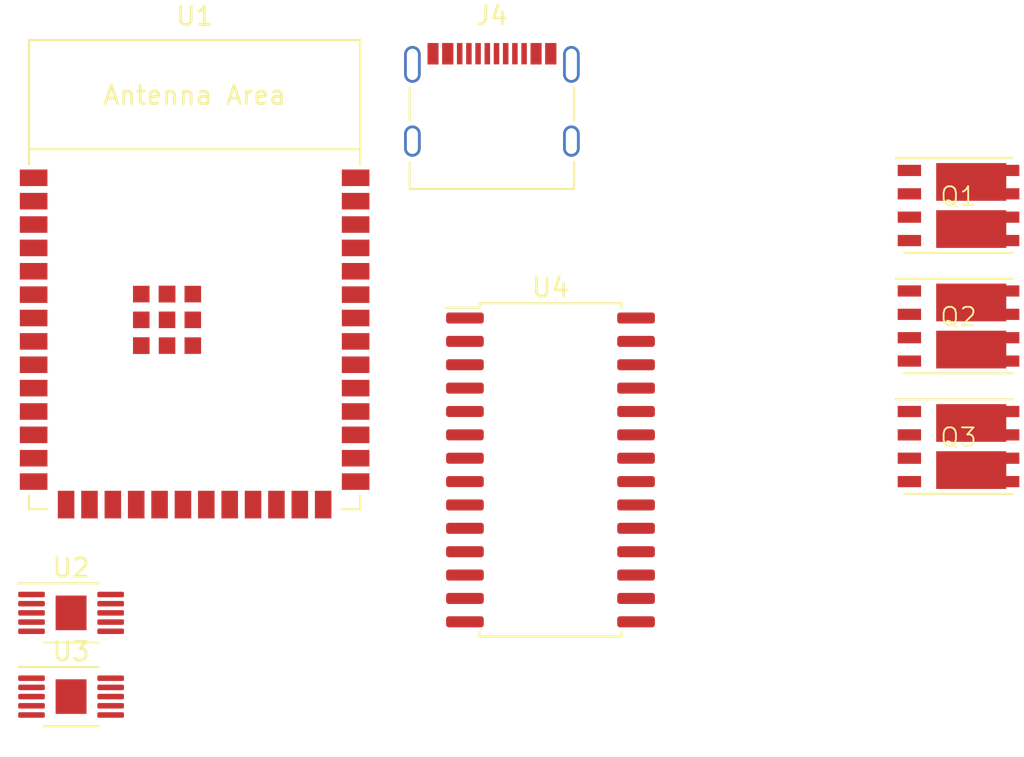
<source format=kicad_pcb>
(kicad_pcb (version 20221018) (generator pcbnew)
  (layers (0 "F.Cu" signal) (31 "B.Cu" signal) (34 "B.Paste" user) (35 "F.Paste" user) (36 "B.SilkS" user "B.Silkscreen") (37 "F.SilkS" user "F.Silkscreen") (38 "B.Mask" user) (39 "F.Mask" user) (44 "Edge.Cuts" user))
  (net 0 "")
  (net 1 "GND")
  (net 2 "+5V")
  (net 3 "Net-(J4-CC1)")
  (net 4 "/D+")
  (net 5 "/D-")
  (net 7 "Net-(J4-CC2)")
  (net 9 "+3V3")
  (net 45 "Net-(U2-BOOT)")
  (net 46 "Net-(JP1-C)")
  (net 47 "/Power Handling/3V3_EN")
  (net 48 "Net-(U2-SS{slash}TR)")
  (net 49 "Net-(U2-RT{slash}CLK)")
  (net 50 "/Power Handling/3V3_PGOOD")
  (net 51 "Net-(U2-VSENSE)")
  (net 52 "/Power Handling/3V3_COMP")
  (net 53 "Net-(D4-K)")
  (net 54 "Net-(U3-BOOT)")
  (net 55 "VBUS")
  (net 56 "/Power Handling/V_DRV_EN")
  (net 57 "Net-(U3-SS{slash}TR)")
  (net 58 "Net-(U3-RT{slash}CLK)")
  (net 59 "/Power Handling/V_DRV_PGOOD")
  (net 60 "Net-(U3-VSENSE)")
  (net 61 "/Power Handling/VDRV_COMP")
  (net 62 "Net-(D3-K)")
  (net 63 "Vdrive")
  (net 64 "/Phase Drive/PHASE_U")
  (net 65 "Net-(Q1A-G)")
  (net 66 "/Phase Drive/RAW_SENSE_U")
  (net 67 "Net-(Q1B-G)")
  (net 68 "/Phase Drive/PHASE_V")
  (net 69 "Net-(Q2A-G)")
  (net 70 "/Phase Drive/RAW_SENSE_V")
  (net 71 "Net-(Q2B-G)")
  (net 72 "/Phase Drive/PHASE_W")
  (net 73 "Net-(Q3A-G)")
  (net 74 "/Phase Drive/RAW_SENSE_W")
  (net 75 "Net-(Q3B-G)")
  (net 76 "/Phase Drive/~{HINU}")
  (net 77 "/Phase Drive/~{HINV}")
  (net 78 "/Phase Drive/~{HINW}")
  (net 79 "/Phase Drive/~{LINU}")
  (net 80 "/Phase Drive/~{LINV}")
  (net 81 "/Phase Drive/~{LINW}")
  (net 82 "/Phase Drive/~{FAULT}")
  (net 83 "Net-(U4A-ITRIP)")
  (net 84 "/Phase Drive/EN")
  (net 85 "Net-(U4A-RCIN)")
  (net 86 "/Phase Drive/COM")
  (net 87 "Net-(U4E-LOW)")
  (net 88 "Net-(U4C-LOU)")
  (net 89 "Net-(U4E-HOW)")
  (net 90 "Net-(D11-K)")
  (net 91 "Net-(U4D-LOV)")
  (net 92 "Net-(U4D-HOV)")
  (net 93 "Net-(D8-K)")
  (net 94 "Net-(U4C-HOU)")
  (net 95 "Net-(D5-K)")
  (footprint "Package_SO:MSOP-10-1EP_3x3mm_P0.5mm_EP1.68x1.88mm" (layer "F.Cu") (at 63.275 75.715)
    (fp_text reference "U2" (at 0 -2.45) (layer "F.SilkS"))
    (fp_text value "TPS54260")
    (fp_line (start 0 -1.61) (end -2.875 -1.61) (stroke (width 0.12)) (layer "F.SilkS"))
    (fp_line (start 0 -1.61) (end 1.5 -1.61) (stroke (width 0.12)) (layer "F.SilkS"))
    (fp_line (start 0 1.61) (end -1.5 1.61) (stroke (width 0.12)) (layer "F.SilkS"))
    (fp_line (start 0 1.61) (end 1.5 1.61) (stroke (width 0.12)) (layer "F.SilkS"))
    (pad "1" smd roundrect (at -2.15 -1) (size 1.45 0.3) (layers "F.Cu" "F.Paste" "F.Mask") (net 45 "Net-(U2-BOOT)"))
    (pad "2" smd roundrect (at -2.15 -0.5) (size 1.45 0.3) (layers "F.Cu" "F.Paste" "F.Mask") (net 46 "Net-(JP1-C)"))
    (pad "3" smd roundrect (at -2.15 0) (size 1.45 0.3) (layers "F.Cu" "F.Paste" "F.Mask") (net 47 "/Power Handling/3V3_EN"))
    (pad "4" smd roundrect (at -2.15 0.5) (size 1.45 0.3) (layers "F.Cu" "F.Paste" "F.Mask") (net 48 "Net-(U2-SS{slash}TR)"))
    (pad "5" smd roundrect (at -2.15 1) (size 1.45 0.3) (layers "F.Cu" "F.Paste" "F.Mask") (net 49 "Net-(U2-RT{slash}CLK)"))
    (pad "6" smd roundrect (at 2.15 1) (size 1.45 0.3) (layers "F.Cu" "F.Paste" "F.Mask") (net 50 "/Power Handling/3V3_PGOOD"))
    (pad "7" smd roundrect (at 2.15 0.5) (size 1.45 0.3) (layers "F.Cu" "F.Paste" "F.Mask") (net 51 "Net-(U2-VSENSE)"))
    (pad "8" smd roundrect (at 2.15 0) (size 1.45 0.3) (layers "F.Cu" "F.Paste" "F.Mask") (net 52 "/Power Handling/3V3_COMP"))
    (pad "9" smd roundrect (at 2.15 -0.5) (size 1.45 0.3) (layers "F.Cu" "F.Paste" "F.Mask") (net 1 "GND"))
    (pad "10" smd roundrect (at 2.15 -1) (size 1.45 0.3) (layers "F.Cu" "F.Paste" "F.Mask") (net 53 "Net-(D4-K)"))
    (pad "11" smd rect (at 0 0) (size 1.68 1.88) (layers "F.Cu" "F.Mask") (net 1 "GND"))
  )
  (footprint "Package_SO:SOIC-28W_7.5x17.9mm_P1.27mm" (layer "F.Cu") (at 89.33 67.945)
    (fp_text reference "U4" (at 0 -9.9) (layer "F.SilkS"))
    (fp_text value "PT5616A")
    (fp_line (start -3.86 -9.06) (end -3.86 -8.815) (stroke (width 0.12)) (layer "F.SilkS"))
    (fp_line (start -3.86 -8.815) (end -5.675 -8.815) (stroke (width 0.12)) (layer "F.SilkS"))
    (fp_line (start -3.86 9.06) (end -3.86 8.815) (stroke (width 0.12)) (layer "F.SilkS"))
    (fp_line (start 0 -9.06) (end -3.86 -9.06) (stroke (width 0.12)) (layer "F.SilkS"))
    (fp_line (start 0 -9.06) (end 3.86 -9.06) (stroke (width 0.12)) (layer "F.SilkS"))
    (fp_line (start 0 9.06) (end -3.86 9.06) (stroke (width 0.12)) (layer "F.SilkS"))
    (fp_line (start 0 9.06) (end 3.86 9.06) (stroke (width 0.12)) (layer "F.SilkS"))
    (fp_line (start 3.86 -9.06) (end 3.86 -8.815) (stroke (width 0.12)) (layer "F.SilkS"))
    (fp_line (start 3.86 9.06) (end 3.86 8.815) (stroke (width 0.12)) (layer "F.SilkS"))
    (pad "1" smd roundrect (at -4.65 -8.255) (size 2.05 0.6) (layers "F.Cu" "F.Paste" "F.Mask") (net 63 "Vdrive"))
    (pad "2" smd roundrect (at -4.65 -6.985) (size 2.05 0.6) (layers "F.Cu" "F.Paste" "F.Mask") (net 76 "/Phase Drive/~{HINU}"))
    (pad "3" smd roundrect (at -4.65 -5.715) (size 2.05 0.6) (layers "F.Cu" "F.Paste" "F.Mask") (net 77 "/Phase Drive/~{HINV}"))
    (pad "4" smd roundrect (at -4.65 -4.445) (size 2.05 0.6) (layers "F.Cu" "F.Paste" "F.Mask") (net 78 "/Phase Drive/~{HINW}"))
    (pad "5" smd roundrect (at -4.65 -3.175) (size 2.05 0.6) (layers "F.Cu" "F.Paste" "F.Mask") (net 79 "/Phase Drive/~{LINU}"))
    (pad "6" smd roundrect (at -4.65 -1.905) (size 2.05 0.6) (layers "F.Cu" "F.Paste" "F.Mask") (net 80 "/Phase Drive/~{LINV}"))
    (pad "7" smd roundrect (at -4.65 -0.635) (size 2.05 0.6) (layers "F.Cu" "F.Paste" "F.Mask") (net 81 "/Phase Drive/~{LINW}"))
    (pad "8" smd roundrect (at -4.65 0.635) (size 2.05 0.6) (layers "F.Cu" "F.Paste" "F.Mask") (net 82 "/Phase Drive/~{FAULT}"))
    (pad "9" smd roundrect (at -4.65 1.905) (size 2.05 0.6) (layers "F.Cu" "F.Paste" "F.Mask") (net 83 "Net-(U4A-ITRIP)"))
    (pad "10" smd roundrect (at -4.65 3.175) (size 2.05 0.6) (layers "F.Cu" "F.Paste" "F.Mask") (net 84 "/Phase Drive/EN"))
    (pad "11" smd roundrect (at -4.65 4.445) (size 2.05 0.6) (layers "F.Cu" "F.Paste" "F.Mask") (net 85 "Net-(U4A-RCIN)"))
    (pad "12" smd roundrect (at -4.65 5.715) (size 2.05 0.6) (layers "F.Cu" "F.Paste" "F.Mask") (net 1 "GND"))
    (pad "13" smd roundrect (at -4.65 6.985) (size 2.05 0.6) (layers "F.Cu" "F.Paste" "F.Mask") (net 86 "/Phase Drive/COM"))
    (pad "14" smd roundrect (at -4.65 8.255) (size 2.05 0.6) (layers "F.Cu" "F.Paste" "F.Mask") (net 87 "Net-(U4E-LOW)"))
    (pad "15" smd roundrect (at 4.65 8.255) (size 2.05 0.6) (layers "F.Cu" "F.Paste" "F.Mask"))
    (pad "16" smd roundrect (at 4.65 6.985) (size 2.05 0.6) (layers "F.Cu" "F.Paste" "F.Mask") (net 88 "Net-(U4C-LOU)"))
    (pad "17" smd roundrect (at 4.65 5.715) (size 2.05 0.6) (layers "F.Cu" "F.Paste" "F.Mask"))
    (pad "18" smd roundrect (at 4.65 4.445) (size 2.05 0.6) (layers "F.Cu" "F.Paste" "F.Mask") (net 72 "/Phase Drive/PHASE_W"))
    (pad "19" smd roundrect (at 4.65 3.175) (size 2.05 0.6) (layers "F.Cu" "F.Paste" "F.Mask") (net 89 "Net-(U4E-HOW)"))
    (pad "20" smd roundrect (at 4.65 1.905) (size 2.05 0.6) (layers "F.Cu" "F.Paste" "F.Mask") (net 90 "Net-(D11-K)"))
    (pad "21" smd roundrect (at 4.65 0.635) (size 2.05 0.6) (layers "F.Cu" "F.Paste" "F.Mask") (net 91 "Net-(U4D-LOV)"))
    (pad "22" smd roundrect (at 4.65 -0.635) (size 2.05 0.6) (layers "F.Cu" "F.Paste" "F.Mask") (net 68 "/Phase Drive/PHASE_V"))
    (pad "23" smd roundrect (at 4.65 -1.905) (size 2.05 0.6) (layers "F.Cu" "F.Paste" "F.Mask") (net 92 "Net-(U4D-HOV)"))
    (pad "24" smd roundrect (at 4.65 -3.175) (size 2.05 0.6) (layers "F.Cu" "F.Paste" "F.Mask") (net 93 "Net-(D8-K)"))
    (pad "25" smd roundrect (at 4.65 -4.445) (size 2.05 0.6) (layers "F.Cu" "F.Paste" "F.Mask"))
    (pad "26" smd roundrect (at 4.65 -5.715) (size 2.05 0.6) (layers "F.Cu" "F.Paste" "F.Mask") (net 64 "/Phase Drive/PHASE_U"))
    (pad "27" smd roundrect (at 4.65 -6.985) (size 2.05 0.6) (layers "F.Cu" "F.Paste" "F.Mask") (net 94 "Net-(U4C-HOU)"))
    (pad "28" smd roundrect (at 4.65 -8.255) (size 2.05 0.6) (layers "F.Cu" "F.Paste" "F.Mask") (net 95 "Net-(D5-K)"))
  )
  (footprint "PCM_Espressif:ESP32-S3-WROOM-1" (layer "F.Cu") (at 69.99 60.33)
    (fp_text reference "U1" (at 0 -17.05) (layer "F.SilkS"))
    (fp_text value "ESP32-S3-WROOM-1")
    (fp_text user "Antenna Area" (at 0 -12.75) (layer "F.SilkS"))
    (fp_line (start -9 -15.75) (end -9 -9) (stroke (width 0.12)) (layer "F.SilkS"))
    (fp_line (start -9 -15.75) (end 9 -15.75) (stroke (width 0.12)) (layer "F.SilkS"))
    (fp_line (start -9 9) (end -9 9.75) (stroke (width 0.12)) (layer "F.SilkS"))
    (fp_line (start -9 9.75) (end -8 9.75) (stroke (width 0.12)) (layer "F.SilkS"))
    (fp_line (start 9 -15.75) (end 9 -9) (stroke (width 0.12)) (layer "F.SilkS"))
    (fp_line (start 9 -9.81) (end -9 -9.81) (stroke (width 0.12)) (layer "F.SilkS"))
    (fp_line (start 9 9) (end 9 9.75) (stroke (width 0.12)) (layer "F.SilkS"))
    (fp_line (start 9 9.75) (end 8 9.75) (stroke (width 0.12)) (layer "F.SilkS"))
    (pad "1" smd rect (at -8.75 -8.26) (size 1.5 0.9) (layers "F.Cu" "F.Paste" "F.Mask") (net 1 "GND"))
    (pad "2" smd rect (at -8.75 -6.99) (size 1.5 0.9) (layers "F.Cu" "F.Paste" "F.Mask") (net 9 "+3V3"))
    (pad "3" smd rect (at -8.75 -5.72) (size 1.5 0.9) (layers "F.Cu" "F.Paste" "F.Mask"))
    (pad "4" smd rect (at -8.75 -4.45) (size 1.5 0.9) (layers "F.Cu" "F.Paste" "F.Mask"))
    (pad "5" smd rect (at -8.75 -3.18) (size 1.5 0.9) (layers "F.Cu" "F.Paste" "F.Mask"))
    (pad "6" smd rect (at -8.75 -1.91) (size 1.5 0.9) (layers "F.Cu" "F.Paste" "F.Mask"))
    (pad "7" smd rect (at -8.75 -0.64) (size 1.5 0.9) (layers "F.Cu" "F.Paste" "F.Mask"))
    (pad "8" smd rect (at -8.75 0.63) (size 1.5 0.9) (layers "F.Cu" "F.Paste" "F.Mask"))
    (pad "9" smd rect (at -8.75 1.9) (size 1.5 0.9) (layers "F.Cu" "F.Paste" "F.Mask"))
    (pad "10" smd rect (at -8.75 3.17) (size 1.5 0.9) (layers "F.Cu" "F.Paste" "F.Mask"))
    (pad "11" smd rect (at -8.75 4.44) (size 1.5 0.9) (layers "F.Cu" "F.Paste" "F.Mask"))
    (pad "12" smd rect (at -8.75 5.71) (size 1.5 0.9) (layers "F.Cu" "F.Paste" "F.Mask"))
    (pad "13" smd rect (at -8.75 6.98) (size 1.5 0.9) (layers "F.Cu" "F.Paste" "F.Mask") (net 5 "/D-"))
    (pad "14" smd rect (at -8.75 8.25) (size 1.5 0.9) (layers "F.Cu" "F.Paste" "F.Mask") (net 4 "/D+"))
    (pad "15" smd rect (at -6.985 9.5 90) (size 1.5 0.9) (layers "F.Cu" "F.Paste" "F.Mask"))
    (pad "16" smd rect (at -5.715 9.5 90) (size 1.5 0.9) (layers "F.Cu" "F.Paste" "F.Mask"))
    (pad "17" smd rect (at -4.445 9.5 90) (size 1.5 0.9) (layers "F.Cu" "F.Paste" "F.Mask"))
    (pad "18" smd rect (at -3.175 9.5 90) (size 1.5 0.9) (layers "F.Cu" "F.Paste" "F.Mask"))
    (pad "19" smd rect (at -1.905 9.5 90) (size 1.5 0.9) (layers "F.Cu" "F.Paste" "F.Mask"))
    (pad "20" smd rect (at -0.635 9.5 90) (size 1.5 0.9) (layers "F.Cu" "F.Paste" "F.Mask"))
    (pad "21" smd rect (at 0.635 9.5 90) (size 1.5 0.9) (layers "F.Cu" "F.Paste" "F.Mask"))
    (pad "22" smd rect (at 1.905 9.5 90) (size 1.5 0.9) (layers "F.Cu" "F.Paste" "F.Mask"))
    (pad "23" smd rect (at 3.175 9.5 90) (size 1.5 0.9) (layers "F.Cu" "F.Paste" "F.Mask"))
    (pad "24" smd rect (at 4.445 9.5 90) (size 1.5 0.9) (layers "F.Cu" "F.Paste" "F.Mask"))
    (pad "25" smd rect (at 5.715 9.5 90) (size 1.5 0.9) (layers "F.Cu" "F.Paste" "F.Mask"))
    (pad "26" smd rect (at 6.985 9.5 90) (size 1.5 0.9) (layers "F.Cu" "F.Paste" "F.Mask"))
    (pad "27" smd rect (at 8.75 8.25 180) (size 1.5 0.9) (layers "F.Cu" "F.Paste" "F.Mask"))
    (pad "28" smd rect (at 8.75 6.98 180) (size 1.5 0.9) (layers "F.Cu" "F.Paste" "F.Mask"))
    (pad "29" smd rect (at 8.75 5.71 180) (size 1.5 0.9) (layers "F.Cu" "F.Paste" "F.Mask"))
    (pad "30" smd rect (at 8.75 4.44 180) (size 1.5 0.9) (layers "F.Cu" "F.Paste" "F.Mask"))
    (pad "31" smd rect (at 8.75 3.17 180) (size 1.5 0.9) (layers "F.Cu" "F.Paste" "F.Mask"))
    (pad "32" smd rect (at 8.75 1.9 180) (size 1.5 0.9) (layers "F.Cu" "F.Paste" "F.Mask"))
    (pad "33" smd rect (at 8.75 0.63 180) (size 1.5 0.9) (layers "F.Cu" "F.Paste" "F.Mask"))
    (pad "34" smd rect (at 8.75 -0.64 180) (size 1.5 0.9) (layers "F.Cu" "F.Paste" "F.Mask"))
    (pad "35" smd rect (at 8.75 -1.91 180) (size 1.5 0.9) (layers "F.Cu" "F.Paste" "F.Mask"))
    (pad "36" smd rect (at 8.75 -3.18 180) (size 1.5 0.9) (layers "F.Cu" "F.Paste" "F.Mask"))
    (pad "37" smd rect (at 8.75 -4.45 180) (size 1.5 0.9) (layers "F.Cu" "F.Paste" "F.Mask"))
    (pad "38" smd rect (at 8.75 -5.72 180) (size 1.5 0.9) (layers "F.Cu" "F.Paste" "F.Mask"))
    (pad "39" smd rect (at 8.75 -6.99 180) (size 1.5 0.9) (layers "F.Cu" "F.Paste" "F.Mask"))
    (pad "40" smd rect (at 8.75 -8.26 180) (size 1.5 0.9) (layers "F.Cu" "F.Paste" "F.Mask") (net 1 "GND"))
    (pad "41" smd rect (at -2.9 -1.94 180) (size 0.9 0.9) (layers "F.Cu" "F.Paste" "F.Mask") (net 1 "GND"))
    (pad "41" smd rect (at -2.9 -0.54 180) (size 0.9 0.9) (layers "F.Cu" "F.Paste" "F.Mask") (net 1 "GND"))
    (pad "41" smd rect (at -2.9 0.86 180) (size 0.9 0.9) (layers "F.Cu" "F.Paste" "F.Mask") (net 1 "GND"))
    (pad "41" smd rect (at -2.9 0.86 180) (size 0.9 0.9) (layers "F.Cu" "F.Paste" "F.Mask") (net 1 "GND"))
    (pad "41" smd rect (at -1.5 -1.94 180) (size 0.9 0.9) (layers "F.Cu" "F.Paste" "F.Mask") (net 1 "GND"))
    (pad "41" smd rect (at -1.5 -1.94 180) (size 0.9 0.9) (layers "F.Cu" "F.Paste" "F.Mask") (net 1 "GND"))
    (pad "41" smd rect (at -1.5 -0.54 180) (size 0.9 0.9) (layers "F.Cu" "F.Paste" "F.Mask") (net 1 "GND"))
    (pad "41" smd rect (at -1.5 0.86 180) (size 0.9 0.9) (layers "F.Cu" "F.Paste" "F.Mask") (net 1 "GND"))
    (pad "41" smd rect (at -0.1 -1.94 180) (size 0.9 0.9) (layers "F.Cu" "F.Paste" "F.Mask") (net 1 "GND"))
    (pad "41" smd rect (at -0.1 -0.54 180) (size 0.9 0.9) (layers "F.Cu" "F.Paste" "F.Mask") (net 1 "GND"))
    (pad "41" smd rect (at -0.1 0.86 180) (size 0.9 0.9) (layers "F.Cu" "F.Paste" "F.Mask") (net 1 "GND"))
  )
  (footprint "Missing_Symbols:PDFN8L" (layer "F.Cu") (at 111.505 66.675)
    (fp_text reference "Q3" (at 0 -0.5 unlocked) (layer "F.SilkS") (effects (font (thickness 0.1))))
    (fp_text value "WFET")
    (fp_line (start -3.4 -2.57) (end 2.945 -2.57) (stroke (width 0.12)) (layer "F.SilkS"))
    (fp_line (start -2.945 2.57) (end 2.945 2.57) (stroke (width 0.12)) (layer "F.SilkS"))
    (pad "1" smd rect (at -2.67 -1.905) (size 1.27 0.61) (layers "F.Cu" "F.Paste" "F.Mask") (net 72 "/Phase Drive/PHASE_W"))
    (pad "2" smd rect (at -2.67 -0.635) (size 1.27 0.61) (layers "F.Cu" "F.Paste" "F.Mask") (net 73 "Net-(Q3A-G)"))
    (pad "3" smd rect (at -2.67 0.635) (size 1.27 0.61) (layers "F.Cu" "F.Paste" "F.Mask") (net 74 "/Phase Drive/RAW_SENSE_W"))
    (pad "4" smd rect (at -2.67 1.905) (size 1.27 0.61) (layers "F.Cu" "F.Paste" "F.Mask") (net 75 "Net-(Q3B-G)"))
    (pad "5" smd rect (at 0.69 -1.28) (size 3.81 2.05) (layers "F.Cu" "F.Paste" "F.Mask") (net 55 "VBUS"))
    (pad "5" smd rect (at 2.795 -1.905) (size 1.02 0.61) (layers "F.Cu" "F.Paste" "F.Mask") (net 55 "VBUS"))
    (pad "5" smd rect (at 2.795 -0.635) (size 1.02 0.61) (layers "F.Cu" "F.Paste" "F.Mask") (net 55 "VBUS"))
    (pad "6" smd rect (at 0.69 1.28) (size 3.81 2.05) (layers "F.Cu" "F.Paste" "F.Mask") (net 72 "/Phase Drive/PHASE_W"))
    (pad "6" smd rect (at 2.795 0.635) (size 1.02 0.61) (layers "F.Cu" "F.Paste" "F.Mask") (net 72 "/Phase Drive/PHASE_W"))
    (pad "6" smd rect (at 2.795 1.905) (size 1.02 0.61) (layers "F.Cu" "F.Paste" "F.Mask") (net 72 "/Phase Drive/PHASE_W"))
  )
  (footprint "Package_SO:MSOP-10-1EP_3x3mm_P0.5mm_EP1.68x1.88mm" (layer "F.Cu") (at 63.275 80.265)
    (fp_text reference "U3" (at 0 -2.45) (layer "F.SilkS"))
    (fp_text value "TPS54260")
    (fp_line (start 0 -1.61) (end -2.875 -1.61) (stroke (width 0.12)) (layer "F.SilkS"))
    (fp_line (start 0 -1.61) (end 1.5 -1.61) (stroke (width 0.12)) (layer "F.SilkS"))
    (fp_line (start 0 1.61) (end -1.5 1.61) (stroke (width 0.12)) (layer "F.SilkS"))
    (fp_line (start 0 1.61) (end 1.5 1.61) (stroke (width 0.12)) (layer "F.SilkS"))
    (pad "1" smd roundrect (at -2.15 -1) (size 1.45 0.3) (layers "F.Cu" "F.Paste" "F.Mask") (net 54 "Net-(U3-BOOT)"))
    (pad "2" smd roundrect (at -2.15 -0.5) (size 1.45 0.3) (layers "F.Cu" "F.Paste" "F.Mask") (net 55 "VBUS"))
    (pad "3" smd roundrect (at -2.15 0) (size 1.45 0.3) (layers "F.Cu" "F.Paste" "F.Mask") (net 56 "/Power Handling/V_DRV_EN"))
    (pad "4" smd roundrect (at -2.15 0.5) (size 1.45 0.3) (layers "F.Cu" "F.Paste" "F.Mask") (net 57 "Net-(U3-SS{slash}TR)"))
    (pad "5" smd roundrect (at -2.15 1) (size 1.45 0.3) (layers "F.Cu" "F.Paste" "F.Mask") (net 58 "Net-(U3-RT{slash}CLK)"))
    (pad "6" smd roundrect (at 2.15 1) (size 1.45 0.3) (layers "F.Cu" "F.Paste" "F.Mask") (net 59 "/Power Handling/V_DRV_PGOOD"))
    (pad "7" smd roundrect (at 2.15 0.5) (size 1.45 0.3) (layers "F.Cu" "F.Paste" "F.Mask") (net 60 "Net-(U3-VSENSE)"))
    (pad "8" smd roundrect (at 2.15 0) (size 1.45 0.3) (layers "F.Cu" "F.Paste" "F.Mask") (net 61 "/Power Handling/VDRV_COMP"))
    (pad "9" smd roundrect (at 2.15 -0.5) (size 1.45 0.3) (layers "F.Cu" "F.Paste" "F.Mask") (net 1 "GND"))
    (pad "10" smd roundrect (at 2.15 -1) (size 1.45 0.3) (layers "F.Cu" "F.Paste" "F.Mask") (net 62 "Net-(D3-K)"))
    (pad "11" smd rect (at 0 0) (size 1.68 1.88) (layers "F.Cu" "F.Mask") (net 1 "GND"))
  )
  (footprint "Connector_USB:USB_C_Receptacle_Palconn_UTC16-G" (layer "F.Cu") (at 86.145 47.835)
    (fp_text reference "J4" (at 0 -4.58) (layer "F.SilkS"))
    (fp_text value "USB_C")
    (fp_line (start -4.47 -0.67) (end -4.47 1.13) (stroke (width 0.12)) (layer "F.SilkS"))
    (fp_line (start -4.47 4.84) (end -4.47 3.38) (stroke (width 0.12)) (layer "F.SilkS"))
    (fp_line (start 4.47 -0.67) (end 4.47 1.13) (stroke (width 0.12)) (layer "F.SilkS"))
    (fp_line (start 4.47 4.84) (end -4.47 4.84) (stroke (width 0.12)) (layer "F.SilkS"))
    (fp_line (start 4.47 4.84) (end 4.47 3.38) (stroke (width 0.12)) (layer "F.SilkS"))
    (pad "" np_thru_hole circle (at -2.89 -1.45 180) (size 0.6 0.6) (drill 0.6) (layers "*.Cu" "*.Mask"))
    (pad "" np_thru_hole circle (at 2.89 -1.45 180) (size 0.6 0.6) (drill 0.6) (layers "*.Cu" "*.Mask"))
    (pad "A1" smd rect (at -3.2 -2.51) (size 0.6 1.16) (layers "F.Cu" "F.Paste" "F.Mask") (net 1 "GND"))
    (pad "A4" smd rect (at -2.4 -2.51) (size 0.6 1.16) (layers "F.Cu" "F.Paste" "F.Mask") (net 2 "+5V"))
    (pad "A5" smd rect (at -1.25 -2.51 180) (size 0.3 1.16) (layers "F.Cu" "F.Paste" "F.Mask") (net 3 "Net-(J4-CC1)"))
    (pad "A6" smd rect (at -0.25 -2.51 180) (size 0.3 1.16) (layers "F.Cu" "F.Paste" "F.Mask") (net 4 "/D+"))
    (pad "A7" smd rect (at 0.25 -2.51 180) (size 0.3 1.16) (layers "F.Cu" "F.Paste" "F.Mask") (net 5 "/D-"))
    (pad "A8" smd rect (at 1.25 -2.51 180) (size 0.3 1.16) (layers "F.Cu" "F.Paste" "F.Mask"))
    (pad "A9" smd rect (at 2.4 -2.51) (size 0.6 1.16) (layers "F.Cu" "F.Paste" "F.Mask") (net 2 "+5V"))
    (pad "A12" smd rect (at 3.2 -2.51) (size 0.6 1.16) (layers "F.Cu" "F.Paste" "F.Mask") (net 1 "GND"))
    (pad "B1" smd rect (at 3.2 -2.51) (size 0.6 1.16) (layers "F.Cu" "F.Paste" "F.Mask") (net 1 "GND"))
    (pad "B4" smd rect (at 2.4 -2.51) (size 0.6 1.16) (layers "F.Cu" "F.Paste" "F.Mask") (net 2 "+5V"))
    (pad "B5" smd rect (at 1.75 -2.51 180) (size 0.3 1.16) (layers "F.Cu" "F.Paste" "F.Mask") (net 7 "Net-(J4-CC2)"))
    (pad "B6" smd rect (at 0.75 -2.51 180) (size 0.3 1.16) (layers "F.Cu" "F.Paste" "F.Mask") (net 4 "/D+"))
    (pad "B7" smd rect (at -0.75 -2.51 180) (size 0.3 1.16) (layers "F.Cu" "F.Paste" "F.Mask") (net 5 "/D-"))
    (pad "B8" smd rect (at -1.75 -2.51 180) (size 0.3 1.16) (layers "F.Cu" "F.Paste" "F.Mask"))
    (pad "B9" smd rect (at -2.4 -2.51) (size 0.6 1.16) (layers "F.Cu" "F.Paste" "F.Mask") (net 2 "+5V"))
    (pad "B12" smd rect (at -3.2 -2.51) (size 0.6 1.16) (layers "F.Cu" "F.Paste" "F.Mask") (net 1 "GND"))
    (pad "S1" thru_hole oval (at -4.32 -1.93 90) (size 2 0.9) (drill oval 1.7 0.6) (layers "*.Cu" "*.Mask") (net 1 "GND"))
    (pad "S1" thru_hole oval (at -4.32 2.24 90) (size 1.7 0.9) (drill oval 1.4 0.6) (layers "*.Cu" "*.Mask") (net 1 "GND"))
    (pad "S1" thru_hole oval (at 4.32 -1.93 90) (size 2 0.9) (drill oval 1.7 0.6) (layers "*.Cu" "*.Mask") (net 1 "GND"))
    (pad "S1" thru_hole oval (at 4.32 2.24 90) (size 1.7 0.9) (drill oval 1.4 0.6) (layers "*.Cu" "*.Mask") (net 1 "GND"))
  )
  (footprint "Missing_Symbols:PDFN8L" (layer "F.Cu") (at 111.505 53.575)
    (fp_text reference "Q1" (at 0 -0.5 unlocked) (layer "F.SilkS") (effects (font (thickness 0.1))))
    (fp_text value "UFET")
    (fp_line (start -3.4 -2.57) (end 2.945 -2.57) (stroke (width 0.12)) (layer "F.SilkS"))
    (fp_line (start -2.945 2.57) (end 2.945 2.57) (stroke (width 0.12)) (layer "F.SilkS"))
    (pad "1" smd rect (at -2.67 -1.905) (size 1.27 0.61) (layers "F.Cu" "F.Paste" "F.Mask") (net 64 "/Phase Drive/PHASE_U"))
    (pad "2" smd rect (at -2.67 -0.635) (size 1.27 0.61) (layers "F.Cu" "F.Paste" "F.Mask") (net 65 "Net-(Q1A-G)"))
    (pad "3" smd rect (at -2.67 0.635) (size 1.27 0.61) (layers "F.Cu" "F.Paste" "F.Mask") (net 66 "/Phase Drive/RAW_SENSE_U"))
    (pad "4" smd rect (at -2.67 1.905) (size 1.27 0.61) (layers "F.Cu" "F.Paste" "F.Mask") (net 67 "Net-(Q1B-G)"))
    (pad "5" smd rect (at 0.69 -1.28) (size 3.81 2.05) (layers "F.Cu" "F.Paste" "F.Mask") (net 55 "VBUS"))
    (pad "5" smd rect (at 2.795 -1.905) (size 1.02 0.61) (layers "F.Cu" "F.Paste" "F.Mask") (net 55 "VBUS"))
    (pad "5" smd rect (at 2.795 -0.635) (size 1.02 0.61) (layers "F.Cu" "F.Paste" "F.Mask") (net 55 "VBUS"))
    (pad "6" smd rect (at 0.69 1.28) (size 3.81 2.05) (layers "F.Cu" "F.Paste" "F.Mask") (net 64 "/Phase Drive/PHASE_U"))
    (pad "6" smd rect (at 2.795 0.635) (size 1.02 0.61) (layers "F.Cu" "F.Paste" "F.Mask") (net 64 "/Phase Drive/PHASE_U"))
    (pad "6" smd rect (at 2.795 1.905) (size 1.02 0.61) (layers "F.Cu" "F.Paste" "F.Mask") (net 64 "/Phase Drive/PHASE_U"))
  )
  (footprint "Missing_Symbols:PDFN8L" (layer "F.Cu") (at 111.505 60.125)
    (fp_text reference "Q2" (at 0 -0.5 unlocked) (layer "F.SilkS") (effects (font (thickness 0.1))))
    (fp_text value "VFET")
    (fp_line (start -3.4 -2.57) (end 2.945 -2.57) (stroke (width 0.12)) (layer "F.SilkS"))
    (fp_line (start -2.945 2.57) (end 2.945 2.57) (stroke (width 0.12)) (layer "F.SilkS"))
    (pad "1" smd rect (at -2.67 -1.905) (size 1.27 0.61) (layers "F.Cu" "F.Paste" "F.Mask") (net 68 "/Phase Drive/PHASE_V"))
    (pad "2" smd rect (at -2.67 -0.635) (size 1.27 0.61) (layers "F.Cu" "F.Paste" "F.Mask") (net 69 "Net-(Q2A-G)"))
    (pad "3" smd rect (at -2.67 0.635) (size 1.27 0.61) (layers "F.Cu" "F.Paste" "F.Mask") (net 70 "/Phase Drive/RAW_SENSE_V"))
    (pad "4" smd rect (at -2.67 1.905) (size 1.27 0.61) (layers "F.Cu" "F.Paste" "F.Mask") (net 71 "Net-(Q2B-G)"))
    (pad "5" smd rect (at 0.69 -1.28) (size 3.81 2.05) (layers "F.Cu" "F.Paste" "F.Mask") (net 55 "VBUS"))
    (pad "5" smd rect (at 2.795 -1.905) (size 1.02 0.61) (layers "F.Cu" "F.Paste" "F.Mask") (net 55 "VBUS"))
    (pad "5" smd rect (at 2.795 -0.635) (size 1.02 0.61) (layers "F.Cu" "F.Paste" "F.Mask") (net 55 "VBUS"))
    (pad "6" smd rect (at 0.69 1.28) (size 3.81 2.05) (layers "F.Cu" "F.Paste" "F.Mask") (net 68 "/Phase Drive/PHASE_V"))
    (pad "6" smd rect (at 2.795 0.635) (size 1.02 0.61) (layers "F.Cu" "F.Paste" "F.Mask") (net 68 "/Phase Drive/PHASE_V"))
    (pad "6" smd rect (at 2.795 1.905) (size 1.02 0.61) (layers "F.Cu" "F.Paste" "F.Mask") (net 68 "/Phase Drive/PHASE_V"))
  )
  (segment (start 108.835 64.77) (end 109.165 64.77) (width 0.25) (layer "F.Cu") (net 72))
  (segment (start 111.245 67.955) (end 112.195 67.955) (width 0.25) (layer "F.Cu") (net 72))
)
</source>
